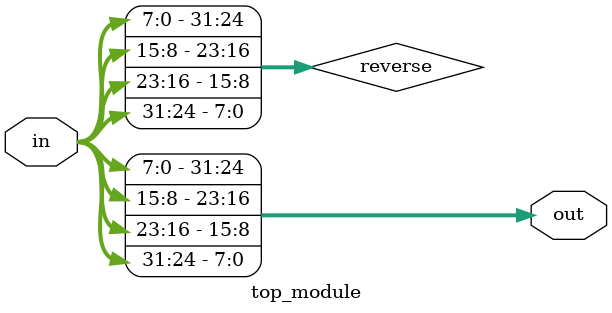
<source format=sv>
module top_module (
	input [31:0] in,
	output [31:0] out
);

	reg [31:0] reverse;

	always @(*) begin
		reverse[7:0] = in[31:24];
		reverse[15:8] = in[23:16];
		reverse[23:16] = in[15:8];
		reverse[31:24] = in[7:0];
	end

	assign out = reverse;

endmodule

</source>
